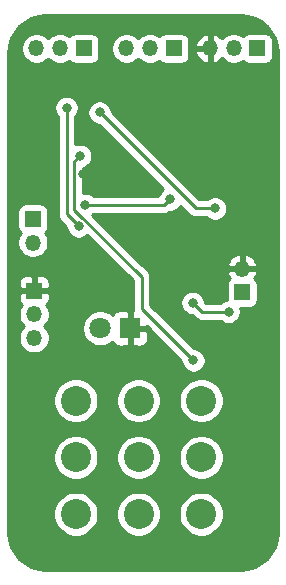
<source format=gbr>
%TF.GenerationSoftware,KiCad,Pcbnew,(5.1.7)-1*%
%TF.CreationDate,2020-11-01T08:55:33-06:00*%
%TF.ProjectId,MuffPiSMT,4d756666-5069-4534-9d54-2e6b69636164,rev?*%
%TF.SameCoordinates,Original*%
%TF.FileFunction,Copper,L2,Bot*%
%TF.FilePolarity,Positive*%
%FSLAX46Y46*%
G04 Gerber Fmt 4.6, Leading zero omitted, Abs format (unit mm)*
G04 Created by KiCad (PCBNEW (5.1.7)-1) date 2020-11-01 08:55:33*
%MOMM*%
%LPD*%
G01*
G04 APERTURE LIST*
%TA.AperFunction,ComponentPad*%
%ADD10C,2.540000*%
%TD*%
%TA.AperFunction,ComponentPad*%
%ADD11R,1.350000X1.350000*%
%TD*%
%TA.AperFunction,ComponentPad*%
%ADD12O,1.350000X1.350000*%
%TD*%
%TA.AperFunction,ComponentPad*%
%ADD13R,1.800000X1.800000*%
%TD*%
%TA.AperFunction,ComponentPad*%
%ADD14C,1.800000*%
%TD*%
%TA.AperFunction,ViaPad*%
%ADD15C,0.800000*%
%TD*%
%TA.AperFunction,Conductor*%
%ADD16C,0.250000*%
%TD*%
%TA.AperFunction,Conductor*%
%ADD17C,0.254000*%
%TD*%
%TA.AperFunction,Conductor*%
%ADD18C,0.100000*%
%TD*%
G04 APERTURE END LIST*
D10*
%TO.P,S1,P$1*%
%TO.N,Net-(R23-Pad1)*%
X123225560Y-109501940D03*
%TO.P,S1,P$2*%
%TO.N,Net-(BT1-Pad1)*%
X123225560Y-114300000D03*
%TO.P,S1,P$3*%
%TO.N,N/C*%
X123225560Y-119098060D03*
%TO.P,S1,P$4*%
%TO.N,Net-(R1-Pad2)*%
X128524000Y-109501940D03*
%TO.P,S1,P$5*%
%TO.N,Net-(J1-Pad3)*%
X128524000Y-114300000D03*
%TO.P,S1,P$6*%
%TO.N,Net-(S1-PadP$6)*%
X128524000Y-119098060D03*
%TO.P,S1,P$7*%
%TO.N,Net-(J2-Pad1)*%
X133822440Y-109501940D03*
%TO.P,S1,P$8*%
%TO.N,Net-(S1-PadP$8)*%
X133822440Y-114300000D03*
%TO.P,S1,P$9*%
%TO.N,Net-(S1-PadP$6)*%
X133822440Y-119098060D03*
%TD*%
D11*
%TO.P,BT1,1*%
%TO.N,Net-(BT1-Pad1)*%
X119583200Y-94113600D03*
D12*
%TO.P,BT1,2*%
%TO.N,Net-(BT1-Pad2)*%
X119583200Y-96113600D03*
%TD*%
D13*
%TO.P,D5,1*%
%TO.N,GND*%
X127812800Y-103378000D03*
D14*
%TO.P,D5,2*%
%TO.N,Net-(D5-Pad2)*%
X125272800Y-103378000D03*
%TD*%
D11*
%TO.P,J1,1*%
%TO.N,GND*%
X119684800Y-100190800D03*
D12*
%TO.P,J1,2*%
%TO.N,Net-(BT1-Pad2)*%
X119684800Y-102190800D03*
%TO.P,J1,3*%
%TO.N,Net-(J1-Pad3)*%
X119684800Y-104190800D03*
%TD*%
D11*
%TO.P,J2,1*%
%TO.N,Net-(J2-Pad1)*%
X137287000Y-100330000D03*
D12*
%TO.P,J2,2*%
%TO.N,GND*%
X137287000Y-98330000D03*
%TD*%
%TO.P,SUST,3*%
%TO.N,Net-(R6-Pad2)*%
X119875800Y-79679800D03*
%TO.P,SUST,2*%
%TO.N,Net-(C4-Pad2)*%
X121875800Y-79679800D03*
D11*
%TO.P,SUST,1*%
%TO.N,Net-(C3-Pad1)*%
X123875800Y-79679800D03*
%TD*%
D12*
%TO.P,TONE,3*%
%TO.N,Net-(C11-Pad2)*%
X127495800Y-79679800D03*
%TO.P,TONE,2*%
%TO.N,Net-(C12-Pad1)*%
X129495800Y-79679800D03*
D11*
%TO.P,TONE,1*%
%TO.N,Net-(C10-Pad1)*%
X131495800Y-79679800D03*
%TD*%
%TO.P,VOL,1*%
%TO.N,Net-(C13-Pad2)*%
X138575800Y-79679800D03*
D12*
%TO.P,VOL,2*%
%TO.N,Net-(S1-PadP$8)*%
X136575800Y-79679800D03*
%TO.P,VOL,3*%
%TO.N,GND*%
X134575800Y-79679800D03*
%TD*%
D15*
%TO.N,Net-(BT1-Pad1)*%
X131191000Y-92456000D03*
X123988999Y-92927001D03*
%TO.N,Net-(C1-Pad1)*%
X123571200Y-88772800D03*
X133172100Y-106095900D03*
%TO.N,Net-(C2-Pad1)*%
X125222000Y-85090000D03*
X135001000Y-93218000D03*
%TO.N,Net-(C8-Pad2)*%
X136144000Y-101981000D03*
X133096000Y-101219000D03*
%TO.N,Net-(C10-Pad2)*%
X122428000Y-84709000D03*
X123444000Y-94742000D03*
%TO.N,GND*%
X132715000Y-97155000D03*
X134874000Y-88138000D03*
X123825000Y-90297000D03*
X125476000Y-80518000D03*
X118618000Y-83566000D03*
X129921000Y-91694000D03*
%TD*%
D16*
%TO.N,Net-(BT1-Pad1)*%
X130719999Y-92927001D02*
X123988999Y-92927001D01*
X131191000Y-92456000D02*
X130719999Y-92927001D01*
X123988999Y-92927001D02*
X123988999Y-92927001D01*
%TO.N,Net-(C1-Pad1)*%
X128778000Y-99002998D02*
X128778000Y-101701800D01*
X123099999Y-93324997D02*
X128778000Y-99002998D01*
X128778000Y-101701800D02*
X133172100Y-106095900D01*
X123099999Y-89244001D02*
X123099999Y-93324997D01*
X123571200Y-88772800D02*
X123099999Y-89244001D01*
%TO.N,Net-(C2-Pad1)*%
X133350000Y-93218000D02*
X125222000Y-85090000D01*
X135001000Y-93218000D02*
X133350000Y-93218000D01*
%TO.N,Net-(C8-Pad2)*%
X136144000Y-101981000D02*
X133858000Y-101981000D01*
X133858000Y-101981000D02*
X133096000Y-101219000D01*
X133096000Y-101219000D02*
X133096000Y-101219000D01*
%TO.N,Net-(C10-Pad2)*%
X122428000Y-93726000D02*
X123444000Y-94742000D01*
X122428000Y-84709000D02*
X122428000Y-93726000D01*
%TD*%
D17*
%TO.N,GND*%
X137771222Y-76923096D02*
X138359164Y-77100606D01*
X138901436Y-77388937D01*
X139377364Y-77777094D01*
X139768845Y-78250314D01*
X140060951Y-78790552D01*
X140242563Y-79377244D01*
X140310000Y-80018879D01*
X140310001Y-120617711D01*
X140246904Y-121261221D01*
X140069394Y-121849164D01*
X139781063Y-122391436D01*
X139392906Y-122867364D01*
X138919686Y-123258845D01*
X138379449Y-123550950D01*
X137792756Y-123732563D01*
X137151130Y-123800000D01*
X120682279Y-123800000D01*
X120038779Y-123736904D01*
X119450836Y-123559394D01*
X118908564Y-123271063D01*
X118432636Y-122882906D01*
X118041155Y-122409686D01*
X117749050Y-121869449D01*
X117567437Y-121282756D01*
X117500000Y-120641130D01*
X117500000Y-118910434D01*
X121320560Y-118910434D01*
X121320560Y-119285686D01*
X121393769Y-119653728D01*
X121537371Y-120000416D01*
X121745850Y-120312426D01*
X122011194Y-120577770D01*
X122323204Y-120786249D01*
X122669892Y-120929851D01*
X123037934Y-121003060D01*
X123413186Y-121003060D01*
X123781228Y-120929851D01*
X124127916Y-120786249D01*
X124439926Y-120577770D01*
X124705270Y-120312426D01*
X124913749Y-120000416D01*
X125057351Y-119653728D01*
X125130560Y-119285686D01*
X125130560Y-118910434D01*
X126619000Y-118910434D01*
X126619000Y-119285686D01*
X126692209Y-119653728D01*
X126835811Y-120000416D01*
X127044290Y-120312426D01*
X127309634Y-120577770D01*
X127621644Y-120786249D01*
X127968332Y-120929851D01*
X128336374Y-121003060D01*
X128711626Y-121003060D01*
X129079668Y-120929851D01*
X129426356Y-120786249D01*
X129738366Y-120577770D01*
X130003710Y-120312426D01*
X130212189Y-120000416D01*
X130355791Y-119653728D01*
X130429000Y-119285686D01*
X130429000Y-118910434D01*
X131917440Y-118910434D01*
X131917440Y-119285686D01*
X131990649Y-119653728D01*
X132134251Y-120000416D01*
X132342730Y-120312426D01*
X132608074Y-120577770D01*
X132920084Y-120786249D01*
X133266772Y-120929851D01*
X133634814Y-121003060D01*
X134010066Y-121003060D01*
X134378108Y-120929851D01*
X134724796Y-120786249D01*
X135036806Y-120577770D01*
X135302150Y-120312426D01*
X135510629Y-120000416D01*
X135654231Y-119653728D01*
X135727440Y-119285686D01*
X135727440Y-118910434D01*
X135654231Y-118542392D01*
X135510629Y-118195704D01*
X135302150Y-117883694D01*
X135036806Y-117618350D01*
X134724796Y-117409871D01*
X134378108Y-117266269D01*
X134010066Y-117193060D01*
X133634814Y-117193060D01*
X133266772Y-117266269D01*
X132920084Y-117409871D01*
X132608074Y-117618350D01*
X132342730Y-117883694D01*
X132134251Y-118195704D01*
X131990649Y-118542392D01*
X131917440Y-118910434D01*
X130429000Y-118910434D01*
X130355791Y-118542392D01*
X130212189Y-118195704D01*
X130003710Y-117883694D01*
X129738366Y-117618350D01*
X129426356Y-117409871D01*
X129079668Y-117266269D01*
X128711626Y-117193060D01*
X128336374Y-117193060D01*
X127968332Y-117266269D01*
X127621644Y-117409871D01*
X127309634Y-117618350D01*
X127044290Y-117883694D01*
X126835811Y-118195704D01*
X126692209Y-118542392D01*
X126619000Y-118910434D01*
X125130560Y-118910434D01*
X125057351Y-118542392D01*
X124913749Y-118195704D01*
X124705270Y-117883694D01*
X124439926Y-117618350D01*
X124127916Y-117409871D01*
X123781228Y-117266269D01*
X123413186Y-117193060D01*
X123037934Y-117193060D01*
X122669892Y-117266269D01*
X122323204Y-117409871D01*
X122011194Y-117618350D01*
X121745850Y-117883694D01*
X121537371Y-118195704D01*
X121393769Y-118542392D01*
X121320560Y-118910434D01*
X117500000Y-118910434D01*
X117500000Y-114112374D01*
X121320560Y-114112374D01*
X121320560Y-114487626D01*
X121393769Y-114855668D01*
X121537371Y-115202356D01*
X121745850Y-115514366D01*
X122011194Y-115779710D01*
X122323204Y-115988189D01*
X122669892Y-116131791D01*
X123037934Y-116205000D01*
X123413186Y-116205000D01*
X123781228Y-116131791D01*
X124127916Y-115988189D01*
X124439926Y-115779710D01*
X124705270Y-115514366D01*
X124913749Y-115202356D01*
X125057351Y-114855668D01*
X125130560Y-114487626D01*
X125130560Y-114112374D01*
X126619000Y-114112374D01*
X126619000Y-114487626D01*
X126692209Y-114855668D01*
X126835811Y-115202356D01*
X127044290Y-115514366D01*
X127309634Y-115779710D01*
X127621644Y-115988189D01*
X127968332Y-116131791D01*
X128336374Y-116205000D01*
X128711626Y-116205000D01*
X129079668Y-116131791D01*
X129426356Y-115988189D01*
X129738366Y-115779710D01*
X130003710Y-115514366D01*
X130212189Y-115202356D01*
X130355791Y-114855668D01*
X130429000Y-114487626D01*
X130429000Y-114112374D01*
X131917440Y-114112374D01*
X131917440Y-114487626D01*
X131990649Y-114855668D01*
X132134251Y-115202356D01*
X132342730Y-115514366D01*
X132608074Y-115779710D01*
X132920084Y-115988189D01*
X133266772Y-116131791D01*
X133634814Y-116205000D01*
X134010066Y-116205000D01*
X134378108Y-116131791D01*
X134724796Y-115988189D01*
X135036806Y-115779710D01*
X135302150Y-115514366D01*
X135510629Y-115202356D01*
X135654231Y-114855668D01*
X135727440Y-114487626D01*
X135727440Y-114112374D01*
X135654231Y-113744332D01*
X135510629Y-113397644D01*
X135302150Y-113085634D01*
X135036806Y-112820290D01*
X134724796Y-112611811D01*
X134378108Y-112468209D01*
X134010066Y-112395000D01*
X133634814Y-112395000D01*
X133266772Y-112468209D01*
X132920084Y-112611811D01*
X132608074Y-112820290D01*
X132342730Y-113085634D01*
X132134251Y-113397644D01*
X131990649Y-113744332D01*
X131917440Y-114112374D01*
X130429000Y-114112374D01*
X130355791Y-113744332D01*
X130212189Y-113397644D01*
X130003710Y-113085634D01*
X129738366Y-112820290D01*
X129426356Y-112611811D01*
X129079668Y-112468209D01*
X128711626Y-112395000D01*
X128336374Y-112395000D01*
X127968332Y-112468209D01*
X127621644Y-112611811D01*
X127309634Y-112820290D01*
X127044290Y-113085634D01*
X126835811Y-113397644D01*
X126692209Y-113744332D01*
X126619000Y-114112374D01*
X125130560Y-114112374D01*
X125057351Y-113744332D01*
X124913749Y-113397644D01*
X124705270Y-113085634D01*
X124439926Y-112820290D01*
X124127916Y-112611811D01*
X123781228Y-112468209D01*
X123413186Y-112395000D01*
X123037934Y-112395000D01*
X122669892Y-112468209D01*
X122323204Y-112611811D01*
X122011194Y-112820290D01*
X121745850Y-113085634D01*
X121537371Y-113397644D01*
X121393769Y-113744332D01*
X121320560Y-114112374D01*
X117500000Y-114112374D01*
X117500000Y-109314314D01*
X121320560Y-109314314D01*
X121320560Y-109689566D01*
X121393769Y-110057608D01*
X121537371Y-110404296D01*
X121745850Y-110716306D01*
X122011194Y-110981650D01*
X122323204Y-111190129D01*
X122669892Y-111333731D01*
X123037934Y-111406940D01*
X123413186Y-111406940D01*
X123781228Y-111333731D01*
X124127916Y-111190129D01*
X124439926Y-110981650D01*
X124705270Y-110716306D01*
X124913749Y-110404296D01*
X125057351Y-110057608D01*
X125130560Y-109689566D01*
X125130560Y-109314314D01*
X126619000Y-109314314D01*
X126619000Y-109689566D01*
X126692209Y-110057608D01*
X126835811Y-110404296D01*
X127044290Y-110716306D01*
X127309634Y-110981650D01*
X127621644Y-111190129D01*
X127968332Y-111333731D01*
X128336374Y-111406940D01*
X128711626Y-111406940D01*
X129079668Y-111333731D01*
X129426356Y-111190129D01*
X129738366Y-110981650D01*
X130003710Y-110716306D01*
X130212189Y-110404296D01*
X130355791Y-110057608D01*
X130429000Y-109689566D01*
X130429000Y-109314314D01*
X131917440Y-109314314D01*
X131917440Y-109689566D01*
X131990649Y-110057608D01*
X132134251Y-110404296D01*
X132342730Y-110716306D01*
X132608074Y-110981650D01*
X132920084Y-111190129D01*
X133266772Y-111333731D01*
X133634814Y-111406940D01*
X134010066Y-111406940D01*
X134378108Y-111333731D01*
X134724796Y-111190129D01*
X135036806Y-110981650D01*
X135302150Y-110716306D01*
X135510629Y-110404296D01*
X135654231Y-110057608D01*
X135727440Y-109689566D01*
X135727440Y-109314314D01*
X135654231Y-108946272D01*
X135510629Y-108599584D01*
X135302150Y-108287574D01*
X135036806Y-108022230D01*
X134724796Y-107813751D01*
X134378108Y-107670149D01*
X134010066Y-107596940D01*
X133634814Y-107596940D01*
X133266772Y-107670149D01*
X132920084Y-107813751D01*
X132608074Y-108022230D01*
X132342730Y-108287574D01*
X132134251Y-108599584D01*
X131990649Y-108946272D01*
X131917440Y-109314314D01*
X130429000Y-109314314D01*
X130355791Y-108946272D01*
X130212189Y-108599584D01*
X130003710Y-108287574D01*
X129738366Y-108022230D01*
X129426356Y-107813751D01*
X129079668Y-107670149D01*
X128711626Y-107596940D01*
X128336374Y-107596940D01*
X127968332Y-107670149D01*
X127621644Y-107813751D01*
X127309634Y-108022230D01*
X127044290Y-108287574D01*
X126835811Y-108599584D01*
X126692209Y-108946272D01*
X126619000Y-109314314D01*
X125130560Y-109314314D01*
X125057351Y-108946272D01*
X124913749Y-108599584D01*
X124705270Y-108287574D01*
X124439926Y-108022230D01*
X124127916Y-107813751D01*
X123781228Y-107670149D01*
X123413186Y-107596940D01*
X123037934Y-107596940D01*
X122669892Y-107670149D01*
X122323204Y-107813751D01*
X122011194Y-108022230D01*
X121745850Y-108287574D01*
X121537371Y-108599584D01*
X121393769Y-108946272D01*
X121320560Y-109314314D01*
X117500000Y-109314314D01*
X117500000Y-100865800D01*
X118371728Y-100865800D01*
X118383988Y-100990282D01*
X118420298Y-101109980D01*
X118479263Y-101220294D01*
X118558615Y-101316985D01*
X118645497Y-101388287D01*
X118523893Y-101570282D01*
X118425142Y-101808687D01*
X118374800Y-102061776D01*
X118374800Y-102319824D01*
X118425142Y-102572913D01*
X118523893Y-102811318D01*
X118667256Y-103025877D01*
X118832179Y-103190800D01*
X118667256Y-103355723D01*
X118523893Y-103570282D01*
X118425142Y-103808687D01*
X118374800Y-104061776D01*
X118374800Y-104319824D01*
X118425142Y-104572913D01*
X118523893Y-104811318D01*
X118667256Y-105025877D01*
X118849723Y-105208344D01*
X119064282Y-105351707D01*
X119302687Y-105450458D01*
X119555776Y-105500800D01*
X119813824Y-105500800D01*
X120066913Y-105450458D01*
X120305318Y-105351707D01*
X120519877Y-105208344D01*
X120702344Y-105025877D01*
X120845707Y-104811318D01*
X120944458Y-104572913D01*
X120994800Y-104319824D01*
X120994800Y-104061776D01*
X120944458Y-103808687D01*
X120845707Y-103570282D01*
X120702344Y-103355723D01*
X120573437Y-103226816D01*
X123737800Y-103226816D01*
X123737800Y-103529184D01*
X123796789Y-103825743D01*
X123912501Y-104105095D01*
X124080488Y-104356505D01*
X124294295Y-104570312D01*
X124545705Y-104738299D01*
X124825057Y-104854011D01*
X125121616Y-104913000D01*
X125423984Y-104913000D01*
X125720543Y-104854011D01*
X125999895Y-104738299D01*
X126251305Y-104570312D01*
X126317744Y-104503873D01*
X126323298Y-104522180D01*
X126382263Y-104632494D01*
X126461615Y-104729185D01*
X126558306Y-104808537D01*
X126668620Y-104867502D01*
X126788318Y-104903812D01*
X126912800Y-104916072D01*
X127527050Y-104913000D01*
X127685800Y-104754250D01*
X127685800Y-103505000D01*
X127939800Y-103505000D01*
X127939800Y-104754250D01*
X128098550Y-104913000D01*
X128712800Y-104916072D01*
X128837282Y-104903812D01*
X128956980Y-104867502D01*
X129067294Y-104808537D01*
X129163985Y-104729185D01*
X129243337Y-104632494D01*
X129302302Y-104522180D01*
X129338612Y-104402482D01*
X129350872Y-104278000D01*
X129347800Y-103663750D01*
X129189050Y-103505000D01*
X127939800Y-103505000D01*
X127685800Y-103505000D01*
X127665800Y-103505000D01*
X127665800Y-103251000D01*
X127685800Y-103251000D01*
X127685800Y-102001750D01*
X127527050Y-101843000D01*
X126912800Y-101839928D01*
X126788318Y-101852188D01*
X126668620Y-101888498D01*
X126558306Y-101947463D01*
X126461615Y-102026815D01*
X126382263Y-102123506D01*
X126323298Y-102233820D01*
X126317744Y-102252127D01*
X126251305Y-102185688D01*
X125999895Y-102017701D01*
X125720543Y-101901989D01*
X125423984Y-101843000D01*
X125121616Y-101843000D01*
X124825057Y-101901989D01*
X124545705Y-102017701D01*
X124294295Y-102185688D01*
X124080488Y-102399495D01*
X123912501Y-102650905D01*
X123796789Y-102930257D01*
X123737800Y-103226816D01*
X120573437Y-103226816D01*
X120537421Y-103190800D01*
X120702344Y-103025877D01*
X120845707Y-102811318D01*
X120944458Y-102572913D01*
X120994800Y-102319824D01*
X120994800Y-102061776D01*
X120944458Y-101808687D01*
X120845707Y-101570282D01*
X120724103Y-101388287D01*
X120810985Y-101316985D01*
X120890337Y-101220294D01*
X120949302Y-101109980D01*
X120985612Y-100990282D01*
X120997872Y-100865800D01*
X120994800Y-100476550D01*
X120836050Y-100317800D01*
X119811800Y-100317800D01*
X119811800Y-100337800D01*
X119557800Y-100337800D01*
X119557800Y-100317800D01*
X118533550Y-100317800D01*
X118374800Y-100476550D01*
X118371728Y-100865800D01*
X117500000Y-100865800D01*
X117500000Y-99515800D01*
X118371728Y-99515800D01*
X118374800Y-99905050D01*
X118533550Y-100063800D01*
X119557800Y-100063800D01*
X119557800Y-99039550D01*
X119811800Y-99039550D01*
X119811800Y-100063800D01*
X120836050Y-100063800D01*
X120994800Y-99905050D01*
X120997872Y-99515800D01*
X120985612Y-99391318D01*
X120949302Y-99271620D01*
X120890337Y-99161306D01*
X120810985Y-99064615D01*
X120714294Y-98985263D01*
X120603980Y-98926298D01*
X120484282Y-98889988D01*
X120359800Y-98877728D01*
X119970550Y-98880800D01*
X119811800Y-99039550D01*
X119557800Y-99039550D01*
X119399050Y-98880800D01*
X119009800Y-98877728D01*
X118885318Y-98889988D01*
X118765620Y-98926298D01*
X118655306Y-98985263D01*
X118558615Y-99064615D01*
X118479263Y-99161306D01*
X118420298Y-99271620D01*
X118383988Y-99391318D01*
X118371728Y-99515800D01*
X117500000Y-99515800D01*
X117500000Y-93438600D01*
X118270128Y-93438600D01*
X118270128Y-94788600D01*
X118282388Y-94913082D01*
X118318698Y-95032780D01*
X118377663Y-95143094D01*
X118457015Y-95239785D01*
X118543897Y-95311087D01*
X118422293Y-95493082D01*
X118323542Y-95731487D01*
X118273200Y-95984576D01*
X118273200Y-96242624D01*
X118323542Y-96495713D01*
X118422293Y-96734118D01*
X118565656Y-96948677D01*
X118748123Y-97131144D01*
X118962682Y-97274507D01*
X119201087Y-97373258D01*
X119454176Y-97423600D01*
X119712224Y-97423600D01*
X119965313Y-97373258D01*
X120203718Y-97274507D01*
X120418277Y-97131144D01*
X120600744Y-96948677D01*
X120744107Y-96734118D01*
X120842858Y-96495713D01*
X120893200Y-96242624D01*
X120893200Y-95984576D01*
X120842858Y-95731487D01*
X120744107Y-95493082D01*
X120622503Y-95311087D01*
X120709385Y-95239785D01*
X120788737Y-95143094D01*
X120847702Y-95032780D01*
X120884012Y-94913082D01*
X120896272Y-94788600D01*
X120896272Y-93438600D01*
X120884012Y-93314118D01*
X120847702Y-93194420D01*
X120788737Y-93084106D01*
X120709385Y-92987415D01*
X120612694Y-92908063D01*
X120502380Y-92849098D01*
X120382682Y-92812788D01*
X120258200Y-92800528D01*
X118908200Y-92800528D01*
X118783718Y-92812788D01*
X118664020Y-92849098D01*
X118553706Y-92908063D01*
X118457015Y-92987415D01*
X118377663Y-93084106D01*
X118318698Y-93194420D01*
X118282388Y-93314118D01*
X118270128Y-93438600D01*
X117500000Y-93438600D01*
X117500000Y-84607061D01*
X121393000Y-84607061D01*
X121393000Y-84810939D01*
X121432774Y-85010898D01*
X121510795Y-85199256D01*
X121624063Y-85368774D01*
X121668000Y-85412711D01*
X121668001Y-93688668D01*
X121664324Y-93726000D01*
X121678998Y-93874985D01*
X121722454Y-94018246D01*
X121793026Y-94150276D01*
X121859273Y-94230997D01*
X121888000Y-94266001D01*
X121916998Y-94289799D01*
X122409000Y-94781802D01*
X122409000Y-94843939D01*
X122448774Y-95043898D01*
X122526795Y-95232256D01*
X122640063Y-95401774D01*
X122784226Y-95545937D01*
X122953744Y-95659205D01*
X123142102Y-95737226D01*
X123342061Y-95777000D01*
X123545939Y-95777000D01*
X123745898Y-95737226D01*
X123934256Y-95659205D01*
X124103774Y-95545937D01*
X124174956Y-95474755D01*
X128018000Y-99317800D01*
X128018001Y-101664468D01*
X128014324Y-101701800D01*
X128018001Y-101739133D01*
X128028998Y-101850786D01*
X128029965Y-101853974D01*
X128043373Y-101898177D01*
X127939800Y-102001750D01*
X127939800Y-103251000D01*
X129189050Y-103251000D01*
X129220724Y-103219326D01*
X132137100Y-106135702D01*
X132137100Y-106197839D01*
X132176874Y-106397798D01*
X132254895Y-106586156D01*
X132368163Y-106755674D01*
X132512326Y-106899837D01*
X132681844Y-107013105D01*
X132870202Y-107091126D01*
X133070161Y-107130900D01*
X133274039Y-107130900D01*
X133473998Y-107091126D01*
X133662356Y-107013105D01*
X133831874Y-106899837D01*
X133976037Y-106755674D01*
X134089305Y-106586156D01*
X134167326Y-106397798D01*
X134207100Y-106197839D01*
X134207100Y-105993961D01*
X134167326Y-105794002D01*
X134089305Y-105605644D01*
X133976037Y-105436126D01*
X133831874Y-105291963D01*
X133662356Y-105178695D01*
X133473998Y-105100674D01*
X133274039Y-105060900D01*
X133211902Y-105060900D01*
X129538000Y-101386999D01*
X129538000Y-101117061D01*
X132061000Y-101117061D01*
X132061000Y-101320939D01*
X132100774Y-101520898D01*
X132178795Y-101709256D01*
X132292063Y-101878774D01*
X132436226Y-102022937D01*
X132605744Y-102136205D01*
X132794102Y-102214226D01*
X132994061Y-102254000D01*
X133056198Y-102254000D01*
X133294201Y-102492002D01*
X133317999Y-102521001D01*
X133433724Y-102615974D01*
X133565753Y-102686546D01*
X133709014Y-102730003D01*
X133820667Y-102741000D01*
X133820675Y-102741000D01*
X133858000Y-102744676D01*
X133895325Y-102741000D01*
X135440289Y-102741000D01*
X135484226Y-102784937D01*
X135653744Y-102898205D01*
X135842102Y-102976226D01*
X136042061Y-103016000D01*
X136245939Y-103016000D01*
X136445898Y-102976226D01*
X136634256Y-102898205D01*
X136803774Y-102784937D01*
X136947937Y-102640774D01*
X137061205Y-102471256D01*
X137139226Y-102282898D01*
X137179000Y-102082939D01*
X137179000Y-101879061D01*
X137139226Y-101679102D01*
X137124302Y-101643072D01*
X137962000Y-101643072D01*
X138086482Y-101630812D01*
X138206180Y-101594502D01*
X138316494Y-101535537D01*
X138413185Y-101456185D01*
X138492537Y-101359494D01*
X138551502Y-101249180D01*
X138587812Y-101129482D01*
X138600072Y-101005000D01*
X138600072Y-99655000D01*
X138587812Y-99530518D01*
X138551502Y-99410820D01*
X138492537Y-99300506D01*
X138413185Y-99203815D01*
X138319441Y-99126881D01*
X138416473Y-98993629D01*
X138524238Y-98760528D01*
X138554910Y-98659400D01*
X138431224Y-98457000D01*
X137414000Y-98457000D01*
X137414000Y-98477000D01*
X137160000Y-98477000D01*
X137160000Y-98457000D01*
X136142776Y-98457000D01*
X136019090Y-98659400D01*
X136049762Y-98760528D01*
X136157527Y-98993629D01*
X136254559Y-99126881D01*
X136160815Y-99203815D01*
X136081463Y-99300506D01*
X136022498Y-99410820D01*
X135986188Y-99530518D01*
X135973928Y-99655000D01*
X135973928Y-100959552D01*
X135842102Y-100985774D01*
X135653744Y-101063795D01*
X135484226Y-101177063D01*
X135440289Y-101221000D01*
X134172802Y-101221000D01*
X134131000Y-101179198D01*
X134131000Y-101117061D01*
X134091226Y-100917102D01*
X134013205Y-100728744D01*
X133899937Y-100559226D01*
X133755774Y-100415063D01*
X133586256Y-100301795D01*
X133397898Y-100223774D01*
X133197939Y-100184000D01*
X132994061Y-100184000D01*
X132794102Y-100223774D01*
X132605744Y-100301795D01*
X132436226Y-100415063D01*
X132292063Y-100559226D01*
X132178795Y-100728744D01*
X132100774Y-100917102D01*
X132061000Y-101117061D01*
X129538000Y-101117061D01*
X129538000Y-99040320D01*
X129541676Y-99002997D01*
X129538000Y-98965675D01*
X129538000Y-98965665D01*
X129527003Y-98854012D01*
X129483546Y-98710751D01*
X129412975Y-98578723D01*
X129412974Y-98578721D01*
X129341799Y-98491995D01*
X129318001Y-98462997D01*
X129289004Y-98439200D01*
X128850404Y-98000600D01*
X136019090Y-98000600D01*
X136142776Y-98203000D01*
X137160000Y-98203000D01*
X137160000Y-97184915D01*
X137414000Y-97184915D01*
X137414000Y-98203000D01*
X138431224Y-98203000D01*
X138554910Y-98000600D01*
X138524238Y-97899472D01*
X138416473Y-97666371D01*
X138265303Y-97458773D01*
X138076537Y-97284656D01*
X137857430Y-97150711D01*
X137616401Y-97062085D01*
X137414000Y-97184915D01*
X137160000Y-97184915D01*
X136957599Y-97062085D01*
X136716570Y-97150711D01*
X136497463Y-97284656D01*
X136308697Y-97458773D01*
X136157527Y-97666371D01*
X136049762Y-97899472D01*
X136019090Y-98000600D01*
X128850404Y-98000600D01*
X124607991Y-93758188D01*
X124648773Y-93730938D01*
X124692710Y-93687001D01*
X130682677Y-93687001D01*
X130719999Y-93690677D01*
X130757321Y-93687001D01*
X130757332Y-93687001D01*
X130868985Y-93676004D01*
X131012246Y-93632547D01*
X131144275Y-93561975D01*
X131230758Y-93491000D01*
X131292939Y-93491000D01*
X131492898Y-93451226D01*
X131681256Y-93373205D01*
X131850774Y-93259937D01*
X131994937Y-93115774D01*
X132066248Y-93009050D01*
X132786201Y-93729003D01*
X132809999Y-93758001D01*
X132925724Y-93852974D01*
X133057753Y-93923546D01*
X133201014Y-93967003D01*
X133312667Y-93978000D01*
X133312677Y-93978000D01*
X133350000Y-93981676D01*
X133387323Y-93978000D01*
X134297289Y-93978000D01*
X134341226Y-94021937D01*
X134510744Y-94135205D01*
X134699102Y-94213226D01*
X134899061Y-94253000D01*
X135102939Y-94253000D01*
X135302898Y-94213226D01*
X135491256Y-94135205D01*
X135660774Y-94021937D01*
X135804937Y-93877774D01*
X135918205Y-93708256D01*
X135996226Y-93519898D01*
X136036000Y-93319939D01*
X136036000Y-93116061D01*
X135996226Y-92916102D01*
X135918205Y-92727744D01*
X135804937Y-92558226D01*
X135660774Y-92414063D01*
X135491256Y-92300795D01*
X135302898Y-92222774D01*
X135102939Y-92183000D01*
X134899061Y-92183000D01*
X134699102Y-92222774D01*
X134510744Y-92300795D01*
X134341226Y-92414063D01*
X134297289Y-92458000D01*
X133664802Y-92458000D01*
X126257000Y-85050199D01*
X126257000Y-84988061D01*
X126217226Y-84788102D01*
X126139205Y-84599744D01*
X126025937Y-84430226D01*
X125881774Y-84286063D01*
X125712256Y-84172795D01*
X125523898Y-84094774D01*
X125323939Y-84055000D01*
X125120061Y-84055000D01*
X124920102Y-84094774D01*
X124731744Y-84172795D01*
X124562226Y-84286063D01*
X124418063Y-84430226D01*
X124304795Y-84599744D01*
X124226774Y-84788102D01*
X124187000Y-84988061D01*
X124187000Y-85191939D01*
X124226774Y-85391898D01*
X124304795Y-85580256D01*
X124418063Y-85749774D01*
X124562226Y-85893937D01*
X124731744Y-86007205D01*
X124920102Y-86085226D01*
X125120061Y-86125000D01*
X125182199Y-86125000D01*
X130637950Y-91580752D01*
X130531226Y-91652063D01*
X130387063Y-91796226D01*
X130273795Y-91965744D01*
X130195774Y-92154102D01*
X130193208Y-92167001D01*
X124692710Y-92167001D01*
X124648773Y-92123064D01*
X124479255Y-92009796D01*
X124290897Y-91931775D01*
X124090938Y-91892001D01*
X123887060Y-91892001D01*
X123859999Y-91897384D01*
X123859999Y-89770632D01*
X123873098Y-89768026D01*
X124061456Y-89690005D01*
X124230974Y-89576737D01*
X124375137Y-89432574D01*
X124488405Y-89263056D01*
X124566426Y-89074698D01*
X124606200Y-88874739D01*
X124606200Y-88670861D01*
X124566426Y-88470902D01*
X124488405Y-88282544D01*
X124375137Y-88113026D01*
X124230974Y-87968863D01*
X124061456Y-87855595D01*
X123873098Y-87777574D01*
X123673139Y-87737800D01*
X123469261Y-87737800D01*
X123269302Y-87777574D01*
X123188000Y-87811251D01*
X123188000Y-85412711D01*
X123231937Y-85368774D01*
X123345205Y-85199256D01*
X123423226Y-85010898D01*
X123463000Y-84810939D01*
X123463000Y-84607061D01*
X123423226Y-84407102D01*
X123345205Y-84218744D01*
X123231937Y-84049226D01*
X123087774Y-83905063D01*
X122918256Y-83791795D01*
X122729898Y-83713774D01*
X122529939Y-83674000D01*
X122326061Y-83674000D01*
X122126102Y-83713774D01*
X121937744Y-83791795D01*
X121768226Y-83905063D01*
X121624063Y-84049226D01*
X121510795Y-84218744D01*
X121432774Y-84407102D01*
X121393000Y-84607061D01*
X117500000Y-84607061D01*
X117500000Y-80042279D01*
X117548192Y-79550776D01*
X118565800Y-79550776D01*
X118565800Y-79808824D01*
X118616142Y-80061913D01*
X118714893Y-80300318D01*
X118858256Y-80514877D01*
X119040723Y-80697344D01*
X119255282Y-80840707D01*
X119493687Y-80939458D01*
X119746776Y-80989800D01*
X120004824Y-80989800D01*
X120257913Y-80939458D01*
X120496318Y-80840707D01*
X120710877Y-80697344D01*
X120875800Y-80532421D01*
X121040723Y-80697344D01*
X121255282Y-80840707D01*
X121493687Y-80939458D01*
X121746776Y-80989800D01*
X122004824Y-80989800D01*
X122257913Y-80939458D01*
X122496318Y-80840707D01*
X122678313Y-80719103D01*
X122749615Y-80805985D01*
X122846306Y-80885337D01*
X122956620Y-80944302D01*
X123076318Y-80980612D01*
X123200800Y-80992872D01*
X124550800Y-80992872D01*
X124675282Y-80980612D01*
X124794980Y-80944302D01*
X124905294Y-80885337D01*
X125001985Y-80805985D01*
X125081337Y-80709294D01*
X125140302Y-80598980D01*
X125176612Y-80479282D01*
X125188872Y-80354800D01*
X125188872Y-79550776D01*
X126185800Y-79550776D01*
X126185800Y-79808824D01*
X126236142Y-80061913D01*
X126334893Y-80300318D01*
X126478256Y-80514877D01*
X126660723Y-80697344D01*
X126875282Y-80840707D01*
X127113687Y-80939458D01*
X127366776Y-80989800D01*
X127624824Y-80989800D01*
X127877913Y-80939458D01*
X128116318Y-80840707D01*
X128330877Y-80697344D01*
X128495800Y-80532421D01*
X128660723Y-80697344D01*
X128875282Y-80840707D01*
X129113687Y-80939458D01*
X129366776Y-80989800D01*
X129624824Y-80989800D01*
X129877913Y-80939458D01*
X130116318Y-80840707D01*
X130298313Y-80719103D01*
X130369615Y-80805985D01*
X130466306Y-80885337D01*
X130576620Y-80944302D01*
X130696318Y-80980612D01*
X130820800Y-80992872D01*
X132170800Y-80992872D01*
X132295282Y-80980612D01*
X132414980Y-80944302D01*
X132525294Y-80885337D01*
X132621985Y-80805985D01*
X132701337Y-80709294D01*
X132760302Y-80598980D01*
X132796612Y-80479282D01*
X132808872Y-80354800D01*
X132808872Y-80009201D01*
X133307885Y-80009201D01*
X133396511Y-80250230D01*
X133530456Y-80469337D01*
X133704573Y-80658103D01*
X133912171Y-80809273D01*
X134145272Y-80917038D01*
X134246400Y-80947710D01*
X134448800Y-80824024D01*
X134448800Y-79806800D01*
X133430715Y-79806800D01*
X133307885Y-80009201D01*
X132808872Y-80009201D01*
X132808872Y-79350399D01*
X133307885Y-79350399D01*
X133430715Y-79552800D01*
X134448800Y-79552800D01*
X134448800Y-78535576D01*
X134702800Y-78535576D01*
X134702800Y-79552800D01*
X134722800Y-79552800D01*
X134722800Y-79806800D01*
X134702800Y-79806800D01*
X134702800Y-80824024D01*
X134905200Y-80947710D01*
X135006328Y-80917038D01*
X135239429Y-80809273D01*
X135447027Y-80658103D01*
X135569119Y-80525740D01*
X135740723Y-80697344D01*
X135955282Y-80840707D01*
X136193687Y-80939458D01*
X136446776Y-80989800D01*
X136704824Y-80989800D01*
X136957913Y-80939458D01*
X137196318Y-80840707D01*
X137378313Y-80719103D01*
X137449615Y-80805985D01*
X137546306Y-80885337D01*
X137656620Y-80944302D01*
X137776318Y-80980612D01*
X137900800Y-80992872D01*
X139250800Y-80992872D01*
X139375282Y-80980612D01*
X139494980Y-80944302D01*
X139605294Y-80885337D01*
X139701985Y-80805985D01*
X139781337Y-80709294D01*
X139840302Y-80598980D01*
X139876612Y-80479282D01*
X139888872Y-80354800D01*
X139888872Y-79004800D01*
X139876612Y-78880318D01*
X139840302Y-78760620D01*
X139781337Y-78650306D01*
X139701985Y-78553615D01*
X139605294Y-78474263D01*
X139494980Y-78415298D01*
X139375282Y-78378988D01*
X139250800Y-78366728D01*
X137900800Y-78366728D01*
X137776318Y-78378988D01*
X137656620Y-78415298D01*
X137546306Y-78474263D01*
X137449615Y-78553615D01*
X137378313Y-78640497D01*
X137196318Y-78518893D01*
X136957913Y-78420142D01*
X136704824Y-78369800D01*
X136446776Y-78369800D01*
X136193687Y-78420142D01*
X135955282Y-78518893D01*
X135740723Y-78662256D01*
X135569119Y-78833860D01*
X135447027Y-78701497D01*
X135239429Y-78550327D01*
X135006328Y-78442562D01*
X134905200Y-78411890D01*
X134702800Y-78535576D01*
X134448800Y-78535576D01*
X134246400Y-78411890D01*
X134145272Y-78442562D01*
X133912171Y-78550327D01*
X133704573Y-78701497D01*
X133530456Y-78890263D01*
X133396511Y-79109370D01*
X133307885Y-79350399D01*
X132808872Y-79350399D01*
X132808872Y-79004800D01*
X132796612Y-78880318D01*
X132760302Y-78760620D01*
X132701337Y-78650306D01*
X132621985Y-78553615D01*
X132525294Y-78474263D01*
X132414980Y-78415298D01*
X132295282Y-78378988D01*
X132170800Y-78366728D01*
X130820800Y-78366728D01*
X130696318Y-78378988D01*
X130576620Y-78415298D01*
X130466306Y-78474263D01*
X130369615Y-78553615D01*
X130298313Y-78640497D01*
X130116318Y-78518893D01*
X129877913Y-78420142D01*
X129624824Y-78369800D01*
X129366776Y-78369800D01*
X129113687Y-78420142D01*
X128875282Y-78518893D01*
X128660723Y-78662256D01*
X128495800Y-78827179D01*
X128330877Y-78662256D01*
X128116318Y-78518893D01*
X127877913Y-78420142D01*
X127624824Y-78369800D01*
X127366776Y-78369800D01*
X127113687Y-78420142D01*
X126875282Y-78518893D01*
X126660723Y-78662256D01*
X126478256Y-78844723D01*
X126334893Y-79059282D01*
X126236142Y-79297687D01*
X126185800Y-79550776D01*
X125188872Y-79550776D01*
X125188872Y-79004800D01*
X125176612Y-78880318D01*
X125140302Y-78760620D01*
X125081337Y-78650306D01*
X125001985Y-78553615D01*
X124905294Y-78474263D01*
X124794980Y-78415298D01*
X124675282Y-78378988D01*
X124550800Y-78366728D01*
X123200800Y-78366728D01*
X123076318Y-78378988D01*
X122956620Y-78415298D01*
X122846306Y-78474263D01*
X122749615Y-78553615D01*
X122678313Y-78640497D01*
X122496318Y-78518893D01*
X122257913Y-78420142D01*
X122004824Y-78369800D01*
X121746776Y-78369800D01*
X121493687Y-78420142D01*
X121255282Y-78518893D01*
X121040723Y-78662256D01*
X120875800Y-78827179D01*
X120710877Y-78662256D01*
X120496318Y-78518893D01*
X120257913Y-78420142D01*
X120004824Y-78369800D01*
X119746776Y-78369800D01*
X119493687Y-78420142D01*
X119255282Y-78518893D01*
X119040723Y-78662256D01*
X118858256Y-78844723D01*
X118714893Y-79059282D01*
X118616142Y-79297687D01*
X118565800Y-79550776D01*
X117548192Y-79550776D01*
X117563096Y-79398778D01*
X117740606Y-78810836D01*
X118028937Y-78268564D01*
X118417094Y-77792636D01*
X118890314Y-77401155D01*
X119430552Y-77109049D01*
X120017244Y-76927437D01*
X120658879Y-76860000D01*
X137127721Y-76860000D01*
X137771222Y-76923096D01*
%TA.AperFunction,Conductor*%
D18*
G36*
X137771222Y-76923096D02*
G01*
X138359164Y-77100606D01*
X138901436Y-77388937D01*
X139377364Y-77777094D01*
X139768845Y-78250314D01*
X140060951Y-78790552D01*
X140242563Y-79377244D01*
X140310000Y-80018879D01*
X140310001Y-120617711D01*
X140246904Y-121261221D01*
X140069394Y-121849164D01*
X139781063Y-122391436D01*
X139392906Y-122867364D01*
X138919686Y-123258845D01*
X138379449Y-123550950D01*
X137792756Y-123732563D01*
X137151130Y-123800000D01*
X120682279Y-123800000D01*
X120038779Y-123736904D01*
X119450836Y-123559394D01*
X118908564Y-123271063D01*
X118432636Y-122882906D01*
X118041155Y-122409686D01*
X117749050Y-121869449D01*
X117567437Y-121282756D01*
X117500000Y-120641130D01*
X117500000Y-118910434D01*
X121320560Y-118910434D01*
X121320560Y-119285686D01*
X121393769Y-119653728D01*
X121537371Y-120000416D01*
X121745850Y-120312426D01*
X122011194Y-120577770D01*
X122323204Y-120786249D01*
X122669892Y-120929851D01*
X123037934Y-121003060D01*
X123413186Y-121003060D01*
X123781228Y-120929851D01*
X124127916Y-120786249D01*
X124439926Y-120577770D01*
X124705270Y-120312426D01*
X124913749Y-120000416D01*
X125057351Y-119653728D01*
X125130560Y-119285686D01*
X125130560Y-118910434D01*
X126619000Y-118910434D01*
X126619000Y-119285686D01*
X126692209Y-119653728D01*
X126835811Y-120000416D01*
X127044290Y-120312426D01*
X127309634Y-120577770D01*
X127621644Y-120786249D01*
X127968332Y-120929851D01*
X128336374Y-121003060D01*
X128711626Y-121003060D01*
X129079668Y-120929851D01*
X129426356Y-120786249D01*
X129738366Y-120577770D01*
X130003710Y-120312426D01*
X130212189Y-120000416D01*
X130355791Y-119653728D01*
X130429000Y-119285686D01*
X130429000Y-118910434D01*
X131917440Y-118910434D01*
X131917440Y-119285686D01*
X131990649Y-119653728D01*
X132134251Y-120000416D01*
X132342730Y-120312426D01*
X132608074Y-120577770D01*
X132920084Y-120786249D01*
X133266772Y-120929851D01*
X133634814Y-121003060D01*
X134010066Y-121003060D01*
X134378108Y-120929851D01*
X134724796Y-120786249D01*
X135036806Y-120577770D01*
X135302150Y-120312426D01*
X135510629Y-120000416D01*
X135654231Y-119653728D01*
X135727440Y-119285686D01*
X135727440Y-118910434D01*
X135654231Y-118542392D01*
X135510629Y-118195704D01*
X135302150Y-117883694D01*
X135036806Y-117618350D01*
X134724796Y-117409871D01*
X134378108Y-117266269D01*
X134010066Y-117193060D01*
X133634814Y-117193060D01*
X133266772Y-117266269D01*
X132920084Y-117409871D01*
X132608074Y-117618350D01*
X132342730Y-117883694D01*
X132134251Y-118195704D01*
X131990649Y-118542392D01*
X131917440Y-118910434D01*
X130429000Y-118910434D01*
X130355791Y-118542392D01*
X130212189Y-118195704D01*
X130003710Y-117883694D01*
X129738366Y-117618350D01*
X129426356Y-117409871D01*
X129079668Y-117266269D01*
X128711626Y-117193060D01*
X128336374Y-117193060D01*
X127968332Y-117266269D01*
X127621644Y-117409871D01*
X127309634Y-117618350D01*
X127044290Y-117883694D01*
X126835811Y-118195704D01*
X126692209Y-118542392D01*
X126619000Y-118910434D01*
X125130560Y-118910434D01*
X125057351Y-118542392D01*
X124913749Y-118195704D01*
X124705270Y-117883694D01*
X124439926Y-117618350D01*
X124127916Y-117409871D01*
X123781228Y-117266269D01*
X123413186Y-117193060D01*
X123037934Y-117193060D01*
X122669892Y-117266269D01*
X122323204Y-117409871D01*
X122011194Y-117618350D01*
X121745850Y-117883694D01*
X121537371Y-118195704D01*
X121393769Y-118542392D01*
X121320560Y-118910434D01*
X117500000Y-118910434D01*
X117500000Y-114112374D01*
X121320560Y-114112374D01*
X121320560Y-114487626D01*
X121393769Y-114855668D01*
X121537371Y-115202356D01*
X121745850Y-115514366D01*
X122011194Y-115779710D01*
X122323204Y-115988189D01*
X122669892Y-116131791D01*
X123037934Y-116205000D01*
X123413186Y-116205000D01*
X123781228Y-116131791D01*
X124127916Y-115988189D01*
X124439926Y-115779710D01*
X124705270Y-115514366D01*
X124913749Y-115202356D01*
X125057351Y-114855668D01*
X125130560Y-114487626D01*
X125130560Y-114112374D01*
X126619000Y-114112374D01*
X126619000Y-114487626D01*
X126692209Y-114855668D01*
X126835811Y-115202356D01*
X127044290Y-115514366D01*
X127309634Y-115779710D01*
X127621644Y-115988189D01*
X127968332Y-116131791D01*
X128336374Y-116205000D01*
X128711626Y-116205000D01*
X129079668Y-116131791D01*
X129426356Y-115988189D01*
X129738366Y-115779710D01*
X130003710Y-115514366D01*
X130212189Y-115202356D01*
X130355791Y-114855668D01*
X130429000Y-114487626D01*
X130429000Y-114112374D01*
X131917440Y-114112374D01*
X131917440Y-114487626D01*
X131990649Y-114855668D01*
X132134251Y-115202356D01*
X132342730Y-115514366D01*
X132608074Y-115779710D01*
X132920084Y-115988189D01*
X133266772Y-116131791D01*
X133634814Y-116205000D01*
X134010066Y-116205000D01*
X134378108Y-116131791D01*
X134724796Y-115988189D01*
X135036806Y-115779710D01*
X135302150Y-115514366D01*
X135510629Y-115202356D01*
X135654231Y-114855668D01*
X135727440Y-114487626D01*
X135727440Y-114112374D01*
X135654231Y-113744332D01*
X135510629Y-113397644D01*
X135302150Y-113085634D01*
X135036806Y-112820290D01*
X134724796Y-112611811D01*
X134378108Y-112468209D01*
X134010066Y-112395000D01*
X133634814Y-112395000D01*
X133266772Y-112468209D01*
X132920084Y-112611811D01*
X132608074Y-112820290D01*
X132342730Y-113085634D01*
X132134251Y-113397644D01*
X131990649Y-113744332D01*
X131917440Y-114112374D01*
X130429000Y-114112374D01*
X130355791Y-113744332D01*
X130212189Y-113397644D01*
X130003710Y-113085634D01*
X129738366Y-112820290D01*
X129426356Y-112611811D01*
X129079668Y-112468209D01*
X128711626Y-112395000D01*
X128336374Y-112395000D01*
X127968332Y-112468209D01*
X127621644Y-112611811D01*
X127309634Y-112820290D01*
X127044290Y-113085634D01*
X126835811Y-113397644D01*
X126692209Y-113744332D01*
X126619000Y-114112374D01*
X125130560Y-114112374D01*
X125057351Y-113744332D01*
X124913749Y-113397644D01*
X124705270Y-113085634D01*
X124439926Y-112820290D01*
X124127916Y-112611811D01*
X123781228Y-112468209D01*
X123413186Y-112395000D01*
X123037934Y-112395000D01*
X122669892Y-112468209D01*
X122323204Y-112611811D01*
X122011194Y-112820290D01*
X121745850Y-113085634D01*
X121537371Y-113397644D01*
X121393769Y-113744332D01*
X121320560Y-114112374D01*
X117500000Y-114112374D01*
X117500000Y-109314314D01*
X121320560Y-109314314D01*
X121320560Y-109689566D01*
X121393769Y-110057608D01*
X121537371Y-110404296D01*
X121745850Y-110716306D01*
X122011194Y-110981650D01*
X122323204Y-111190129D01*
X122669892Y-111333731D01*
X123037934Y-111406940D01*
X123413186Y-111406940D01*
X123781228Y-111333731D01*
X124127916Y-111190129D01*
X124439926Y-110981650D01*
X124705270Y-110716306D01*
X124913749Y-110404296D01*
X125057351Y-110057608D01*
X125130560Y-109689566D01*
X125130560Y-109314314D01*
X126619000Y-109314314D01*
X126619000Y-109689566D01*
X126692209Y-110057608D01*
X126835811Y-110404296D01*
X127044290Y-110716306D01*
X127309634Y-110981650D01*
X127621644Y-111190129D01*
X127968332Y-111333731D01*
X128336374Y-111406940D01*
X128711626Y-111406940D01*
X129079668Y-111333731D01*
X129426356Y-111190129D01*
X129738366Y-110981650D01*
X130003710Y-110716306D01*
X130212189Y-110404296D01*
X130355791Y-110057608D01*
X130429000Y-109689566D01*
X130429000Y-109314314D01*
X131917440Y-109314314D01*
X131917440Y-109689566D01*
X131990649Y-110057608D01*
X132134251Y-110404296D01*
X132342730Y-110716306D01*
X132608074Y-110981650D01*
X132920084Y-111190129D01*
X133266772Y-111333731D01*
X133634814Y-111406940D01*
X134010066Y-111406940D01*
X134378108Y-111333731D01*
X134724796Y-111190129D01*
X135036806Y-110981650D01*
X135302150Y-110716306D01*
X135510629Y-110404296D01*
X135654231Y-110057608D01*
X135727440Y-109689566D01*
X135727440Y-109314314D01*
X135654231Y-108946272D01*
X135510629Y-108599584D01*
X135302150Y-108287574D01*
X135036806Y-108022230D01*
X134724796Y-107813751D01*
X134378108Y-107670149D01*
X134010066Y-107596940D01*
X133634814Y-107596940D01*
X133266772Y-107670149D01*
X132920084Y-107813751D01*
X132608074Y-108022230D01*
X132342730Y-108287574D01*
X132134251Y-108599584D01*
X131990649Y-108946272D01*
X131917440Y-109314314D01*
X130429000Y-109314314D01*
X130355791Y-108946272D01*
X130212189Y-108599584D01*
X130003710Y-108287574D01*
X129738366Y-108022230D01*
X129426356Y-107813751D01*
X129079668Y-107670149D01*
X128711626Y-107596940D01*
X128336374Y-107596940D01*
X127968332Y-107670149D01*
X127621644Y-107813751D01*
X127309634Y-108022230D01*
X127044290Y-108287574D01*
X126835811Y-108599584D01*
X126692209Y-108946272D01*
X126619000Y-109314314D01*
X125130560Y-109314314D01*
X125057351Y-108946272D01*
X124913749Y-108599584D01*
X124705270Y-108287574D01*
X124439926Y-108022230D01*
X124127916Y-107813751D01*
X123781228Y-107670149D01*
X123413186Y-107596940D01*
X123037934Y-107596940D01*
X122669892Y-107670149D01*
X122323204Y-107813751D01*
X122011194Y-108022230D01*
X121745850Y-108287574D01*
X121537371Y-108599584D01*
X121393769Y-108946272D01*
X121320560Y-109314314D01*
X117500000Y-109314314D01*
X117500000Y-100865800D01*
X118371728Y-100865800D01*
X118383988Y-100990282D01*
X118420298Y-101109980D01*
X118479263Y-101220294D01*
X118558615Y-101316985D01*
X118645497Y-101388287D01*
X118523893Y-101570282D01*
X118425142Y-101808687D01*
X118374800Y-102061776D01*
X118374800Y-102319824D01*
X118425142Y-102572913D01*
X118523893Y-102811318D01*
X118667256Y-103025877D01*
X118832179Y-103190800D01*
X118667256Y-103355723D01*
X118523893Y-103570282D01*
X118425142Y-103808687D01*
X118374800Y-104061776D01*
X118374800Y-104319824D01*
X118425142Y-104572913D01*
X118523893Y-104811318D01*
X118667256Y-105025877D01*
X118849723Y-105208344D01*
X119064282Y-105351707D01*
X119302687Y-105450458D01*
X119555776Y-105500800D01*
X119813824Y-105500800D01*
X120066913Y-105450458D01*
X120305318Y-105351707D01*
X120519877Y-105208344D01*
X120702344Y-105025877D01*
X120845707Y-104811318D01*
X120944458Y-104572913D01*
X120994800Y-104319824D01*
X120994800Y-104061776D01*
X120944458Y-103808687D01*
X120845707Y-103570282D01*
X120702344Y-103355723D01*
X120573437Y-103226816D01*
X123737800Y-103226816D01*
X123737800Y-103529184D01*
X123796789Y-103825743D01*
X123912501Y-104105095D01*
X124080488Y-104356505D01*
X124294295Y-104570312D01*
X124545705Y-104738299D01*
X124825057Y-104854011D01*
X125121616Y-104913000D01*
X125423984Y-104913000D01*
X125720543Y-104854011D01*
X125999895Y-104738299D01*
X126251305Y-104570312D01*
X126317744Y-104503873D01*
X126323298Y-104522180D01*
X126382263Y-104632494D01*
X126461615Y-104729185D01*
X126558306Y-104808537D01*
X126668620Y-104867502D01*
X126788318Y-104903812D01*
X126912800Y-104916072D01*
X127527050Y-104913000D01*
X127685800Y-104754250D01*
X127685800Y-103505000D01*
X127939800Y-103505000D01*
X127939800Y-104754250D01*
X128098550Y-104913000D01*
X128712800Y-104916072D01*
X128837282Y-104903812D01*
X128956980Y-104867502D01*
X129067294Y-104808537D01*
X129163985Y-104729185D01*
X129243337Y-104632494D01*
X129302302Y-104522180D01*
X129338612Y-104402482D01*
X129350872Y-104278000D01*
X129347800Y-103663750D01*
X129189050Y-103505000D01*
X127939800Y-103505000D01*
X127685800Y-103505000D01*
X127665800Y-103505000D01*
X127665800Y-103251000D01*
X127685800Y-103251000D01*
X127685800Y-102001750D01*
X127527050Y-101843000D01*
X126912800Y-101839928D01*
X126788318Y-101852188D01*
X126668620Y-101888498D01*
X126558306Y-101947463D01*
X126461615Y-102026815D01*
X126382263Y-102123506D01*
X126323298Y-102233820D01*
X126317744Y-102252127D01*
X126251305Y-102185688D01*
X125999895Y-102017701D01*
X125720543Y-101901989D01*
X125423984Y-101843000D01*
X125121616Y-101843000D01*
X124825057Y-101901989D01*
X124545705Y-102017701D01*
X124294295Y-102185688D01*
X124080488Y-102399495D01*
X123912501Y-102650905D01*
X123796789Y-102930257D01*
X123737800Y-103226816D01*
X120573437Y-103226816D01*
X120537421Y-103190800D01*
X120702344Y-103025877D01*
X120845707Y-102811318D01*
X120944458Y-102572913D01*
X120994800Y-102319824D01*
X120994800Y-102061776D01*
X120944458Y-101808687D01*
X120845707Y-101570282D01*
X120724103Y-101388287D01*
X120810985Y-101316985D01*
X120890337Y-101220294D01*
X120949302Y-101109980D01*
X120985612Y-100990282D01*
X120997872Y-100865800D01*
X120994800Y-100476550D01*
X120836050Y-100317800D01*
X119811800Y-100317800D01*
X119811800Y-100337800D01*
X119557800Y-100337800D01*
X119557800Y-100317800D01*
X118533550Y-100317800D01*
X118374800Y-100476550D01*
X118371728Y-100865800D01*
X117500000Y-100865800D01*
X117500000Y-99515800D01*
X118371728Y-99515800D01*
X118374800Y-99905050D01*
X118533550Y-100063800D01*
X119557800Y-100063800D01*
X119557800Y-99039550D01*
X119811800Y-99039550D01*
X119811800Y-100063800D01*
X120836050Y-100063800D01*
X120994800Y-99905050D01*
X120997872Y-99515800D01*
X120985612Y-99391318D01*
X120949302Y-99271620D01*
X120890337Y-99161306D01*
X120810985Y-99064615D01*
X120714294Y-98985263D01*
X120603980Y-98926298D01*
X120484282Y-98889988D01*
X120359800Y-98877728D01*
X119970550Y-98880800D01*
X119811800Y-99039550D01*
X119557800Y-99039550D01*
X119399050Y-98880800D01*
X119009800Y-98877728D01*
X118885318Y-98889988D01*
X118765620Y-98926298D01*
X118655306Y-98985263D01*
X118558615Y-99064615D01*
X118479263Y-99161306D01*
X118420298Y-99271620D01*
X118383988Y-99391318D01*
X118371728Y-99515800D01*
X117500000Y-99515800D01*
X117500000Y-93438600D01*
X118270128Y-93438600D01*
X118270128Y-94788600D01*
X118282388Y-94913082D01*
X118318698Y-95032780D01*
X118377663Y-95143094D01*
X118457015Y-95239785D01*
X118543897Y-95311087D01*
X118422293Y-95493082D01*
X118323542Y-95731487D01*
X118273200Y-95984576D01*
X118273200Y-96242624D01*
X118323542Y-96495713D01*
X118422293Y-96734118D01*
X118565656Y-96948677D01*
X118748123Y-97131144D01*
X118962682Y-97274507D01*
X119201087Y-97373258D01*
X119454176Y-97423600D01*
X119712224Y-97423600D01*
X119965313Y-97373258D01*
X120203718Y-97274507D01*
X120418277Y-97131144D01*
X120600744Y-96948677D01*
X120744107Y-96734118D01*
X120842858Y-96495713D01*
X120893200Y-96242624D01*
X120893200Y-95984576D01*
X120842858Y-95731487D01*
X120744107Y-95493082D01*
X120622503Y-95311087D01*
X120709385Y-95239785D01*
X120788737Y-95143094D01*
X120847702Y-95032780D01*
X120884012Y-94913082D01*
X120896272Y-94788600D01*
X120896272Y-93438600D01*
X120884012Y-93314118D01*
X120847702Y-93194420D01*
X120788737Y-93084106D01*
X120709385Y-92987415D01*
X120612694Y-92908063D01*
X120502380Y-92849098D01*
X120382682Y-92812788D01*
X120258200Y-92800528D01*
X118908200Y-92800528D01*
X118783718Y-92812788D01*
X118664020Y-92849098D01*
X118553706Y-92908063D01*
X118457015Y-92987415D01*
X118377663Y-93084106D01*
X118318698Y-93194420D01*
X118282388Y-93314118D01*
X118270128Y-93438600D01*
X117500000Y-93438600D01*
X117500000Y-84607061D01*
X121393000Y-84607061D01*
X121393000Y-84810939D01*
X121432774Y-85010898D01*
X121510795Y-85199256D01*
X121624063Y-85368774D01*
X121668000Y-85412711D01*
X121668001Y-93688668D01*
X121664324Y-93726000D01*
X121678998Y-93874985D01*
X121722454Y-94018246D01*
X121793026Y-94150276D01*
X121859273Y-94230997D01*
X121888000Y-94266001D01*
X121916998Y-94289799D01*
X122409000Y-94781802D01*
X122409000Y-94843939D01*
X122448774Y-95043898D01*
X122526795Y-95232256D01*
X122640063Y-95401774D01*
X122784226Y-95545937D01*
X122953744Y-95659205D01*
X123142102Y-95737226D01*
X123342061Y-95777000D01*
X123545939Y-95777000D01*
X123745898Y-95737226D01*
X123934256Y-95659205D01*
X124103774Y-95545937D01*
X124174956Y-95474755D01*
X128018000Y-99317800D01*
X128018001Y-101664468D01*
X128014324Y-101701800D01*
X128018001Y-101739133D01*
X128028998Y-101850786D01*
X128029965Y-101853974D01*
X128043373Y-101898177D01*
X127939800Y-102001750D01*
X127939800Y-103251000D01*
X129189050Y-103251000D01*
X129220724Y-103219326D01*
X132137100Y-106135702D01*
X132137100Y-106197839D01*
X132176874Y-106397798D01*
X132254895Y-106586156D01*
X132368163Y-106755674D01*
X132512326Y-106899837D01*
X132681844Y-107013105D01*
X132870202Y-107091126D01*
X133070161Y-107130900D01*
X133274039Y-107130900D01*
X133473998Y-107091126D01*
X133662356Y-107013105D01*
X133831874Y-106899837D01*
X133976037Y-106755674D01*
X134089305Y-106586156D01*
X134167326Y-106397798D01*
X134207100Y-106197839D01*
X134207100Y-105993961D01*
X134167326Y-105794002D01*
X134089305Y-105605644D01*
X133976037Y-105436126D01*
X133831874Y-105291963D01*
X133662356Y-105178695D01*
X133473998Y-105100674D01*
X133274039Y-105060900D01*
X133211902Y-105060900D01*
X129538000Y-101386999D01*
X129538000Y-101117061D01*
X132061000Y-101117061D01*
X132061000Y-101320939D01*
X132100774Y-101520898D01*
X132178795Y-101709256D01*
X132292063Y-101878774D01*
X132436226Y-102022937D01*
X132605744Y-102136205D01*
X132794102Y-102214226D01*
X132994061Y-102254000D01*
X133056198Y-102254000D01*
X133294201Y-102492002D01*
X133317999Y-102521001D01*
X133433724Y-102615974D01*
X133565753Y-102686546D01*
X133709014Y-102730003D01*
X133820667Y-102741000D01*
X133820675Y-102741000D01*
X133858000Y-102744676D01*
X133895325Y-102741000D01*
X135440289Y-102741000D01*
X135484226Y-102784937D01*
X135653744Y-102898205D01*
X135842102Y-102976226D01*
X136042061Y-103016000D01*
X136245939Y-103016000D01*
X136445898Y-102976226D01*
X136634256Y-102898205D01*
X136803774Y-102784937D01*
X136947937Y-102640774D01*
X137061205Y-102471256D01*
X137139226Y-102282898D01*
X137179000Y-102082939D01*
X137179000Y-101879061D01*
X137139226Y-101679102D01*
X137124302Y-101643072D01*
X137962000Y-101643072D01*
X138086482Y-101630812D01*
X138206180Y-101594502D01*
X138316494Y-101535537D01*
X138413185Y-101456185D01*
X138492537Y-101359494D01*
X138551502Y-101249180D01*
X138587812Y-101129482D01*
X138600072Y-101005000D01*
X138600072Y-99655000D01*
X138587812Y-99530518D01*
X138551502Y-99410820D01*
X138492537Y-99300506D01*
X138413185Y-99203815D01*
X138319441Y-99126881D01*
X138416473Y-98993629D01*
X138524238Y-98760528D01*
X138554910Y-98659400D01*
X138431224Y-98457000D01*
X137414000Y-98457000D01*
X137414000Y-98477000D01*
X137160000Y-98477000D01*
X137160000Y-98457000D01*
X136142776Y-98457000D01*
X136019090Y-98659400D01*
X136049762Y-98760528D01*
X136157527Y-98993629D01*
X136254559Y-99126881D01*
X136160815Y-99203815D01*
X136081463Y-99300506D01*
X136022498Y-99410820D01*
X135986188Y-99530518D01*
X135973928Y-99655000D01*
X135973928Y-100959552D01*
X135842102Y-100985774D01*
X135653744Y-101063795D01*
X135484226Y-101177063D01*
X135440289Y-101221000D01*
X134172802Y-101221000D01*
X134131000Y-101179198D01*
X134131000Y-101117061D01*
X134091226Y-100917102D01*
X134013205Y-100728744D01*
X133899937Y-100559226D01*
X133755774Y-100415063D01*
X133586256Y-100301795D01*
X133397898Y-100223774D01*
X133197939Y-100184000D01*
X132994061Y-100184000D01*
X132794102Y-100223774D01*
X132605744Y-100301795D01*
X132436226Y-100415063D01*
X132292063Y-100559226D01*
X132178795Y-100728744D01*
X132100774Y-100917102D01*
X132061000Y-101117061D01*
X129538000Y-101117061D01*
X129538000Y-99040320D01*
X129541676Y-99002997D01*
X129538000Y-98965675D01*
X129538000Y-98965665D01*
X129527003Y-98854012D01*
X129483546Y-98710751D01*
X129412975Y-98578723D01*
X129412974Y-98578721D01*
X129341799Y-98491995D01*
X129318001Y-98462997D01*
X129289004Y-98439200D01*
X128850404Y-98000600D01*
X136019090Y-98000600D01*
X136142776Y-98203000D01*
X137160000Y-98203000D01*
X137160000Y-97184915D01*
X137414000Y-97184915D01*
X137414000Y-98203000D01*
X138431224Y-98203000D01*
X138554910Y-98000600D01*
X138524238Y-97899472D01*
X138416473Y-97666371D01*
X138265303Y-97458773D01*
X138076537Y-97284656D01*
X137857430Y-97150711D01*
X137616401Y-97062085D01*
X137414000Y-97184915D01*
X137160000Y-97184915D01*
X136957599Y-97062085D01*
X136716570Y-97150711D01*
X136497463Y-97284656D01*
X136308697Y-97458773D01*
X136157527Y-97666371D01*
X136049762Y-97899472D01*
X136019090Y-98000600D01*
X128850404Y-98000600D01*
X124607991Y-93758188D01*
X124648773Y-93730938D01*
X124692710Y-93687001D01*
X130682677Y-93687001D01*
X130719999Y-93690677D01*
X130757321Y-93687001D01*
X130757332Y-93687001D01*
X130868985Y-93676004D01*
X131012246Y-93632547D01*
X131144275Y-93561975D01*
X131230758Y-93491000D01*
X131292939Y-93491000D01*
X131492898Y-93451226D01*
X131681256Y-93373205D01*
X131850774Y-93259937D01*
X131994937Y-93115774D01*
X132066248Y-93009050D01*
X132786201Y-93729003D01*
X132809999Y-93758001D01*
X132925724Y-93852974D01*
X133057753Y-93923546D01*
X133201014Y-93967003D01*
X133312667Y-93978000D01*
X133312677Y-93978000D01*
X133350000Y-93981676D01*
X133387323Y-93978000D01*
X134297289Y-93978000D01*
X134341226Y-94021937D01*
X134510744Y-94135205D01*
X134699102Y-94213226D01*
X134899061Y-94253000D01*
X135102939Y-94253000D01*
X135302898Y-94213226D01*
X135491256Y-94135205D01*
X135660774Y-94021937D01*
X135804937Y-93877774D01*
X135918205Y-93708256D01*
X135996226Y-93519898D01*
X136036000Y-93319939D01*
X136036000Y-93116061D01*
X135996226Y-92916102D01*
X135918205Y-92727744D01*
X135804937Y-92558226D01*
X135660774Y-92414063D01*
X135491256Y-92300795D01*
X135302898Y-92222774D01*
X135102939Y-92183000D01*
X134899061Y-92183000D01*
X134699102Y-92222774D01*
X134510744Y-92300795D01*
X134341226Y-92414063D01*
X134297289Y-92458000D01*
X133664802Y-92458000D01*
X126257000Y-85050199D01*
X126257000Y-84988061D01*
X126217226Y-84788102D01*
X126139205Y-84599744D01*
X126025937Y-84430226D01*
X125881774Y-84286063D01*
X125712256Y-84172795D01*
X125523898Y-84094774D01*
X125323939Y-84055000D01*
X125120061Y-84055000D01*
X124920102Y-84094774D01*
X124731744Y-84172795D01*
X124562226Y-84286063D01*
X124418063Y-84430226D01*
X124304795Y-84599744D01*
X124226774Y-84788102D01*
X124187000Y-84988061D01*
X124187000Y-85191939D01*
X124226774Y-85391898D01*
X124304795Y-85580256D01*
X124418063Y-85749774D01*
X124562226Y-85893937D01*
X124731744Y-86007205D01*
X124920102Y-86085226D01*
X125120061Y-86125000D01*
X125182199Y-86125000D01*
X130637950Y-91580752D01*
X130531226Y-91652063D01*
X130387063Y-91796226D01*
X130273795Y-91965744D01*
X130195774Y-92154102D01*
X130193208Y-92167001D01*
X124692710Y-92167001D01*
X124648773Y-92123064D01*
X124479255Y-92009796D01*
X124290897Y-91931775D01*
X124090938Y-91892001D01*
X123887060Y-91892001D01*
X123859999Y-91897384D01*
X123859999Y-89770632D01*
X123873098Y-89768026D01*
X124061456Y-89690005D01*
X124230974Y-89576737D01*
X124375137Y-89432574D01*
X124488405Y-89263056D01*
X124566426Y-89074698D01*
X124606200Y-88874739D01*
X124606200Y-88670861D01*
X124566426Y-88470902D01*
X124488405Y-88282544D01*
X124375137Y-88113026D01*
X124230974Y-87968863D01*
X124061456Y-87855595D01*
X123873098Y-87777574D01*
X123673139Y-87737800D01*
X123469261Y-87737800D01*
X123269302Y-87777574D01*
X123188000Y-87811251D01*
X123188000Y-85412711D01*
X123231937Y-85368774D01*
X123345205Y-85199256D01*
X123423226Y-85010898D01*
X123463000Y-84810939D01*
X123463000Y-84607061D01*
X123423226Y-84407102D01*
X123345205Y-84218744D01*
X123231937Y-84049226D01*
X123087774Y-83905063D01*
X122918256Y-83791795D01*
X122729898Y-83713774D01*
X122529939Y-83674000D01*
X122326061Y-83674000D01*
X122126102Y-83713774D01*
X121937744Y-83791795D01*
X121768226Y-83905063D01*
X121624063Y-84049226D01*
X121510795Y-84218744D01*
X121432774Y-84407102D01*
X121393000Y-84607061D01*
X117500000Y-84607061D01*
X117500000Y-80042279D01*
X117548192Y-79550776D01*
X118565800Y-79550776D01*
X118565800Y-79808824D01*
X118616142Y-80061913D01*
X118714893Y-80300318D01*
X118858256Y-80514877D01*
X119040723Y-80697344D01*
X119255282Y-80840707D01*
X119493687Y-80939458D01*
X119746776Y-80989800D01*
X120004824Y-80989800D01*
X120257913Y-80939458D01*
X120496318Y-80840707D01*
X120710877Y-80697344D01*
X120875800Y-80532421D01*
X121040723Y-80697344D01*
X121255282Y-80840707D01*
X121493687Y-80939458D01*
X121746776Y-80989800D01*
X122004824Y-80989800D01*
X122257913Y-80939458D01*
X122496318Y-80840707D01*
X122678313Y-80719103D01*
X122749615Y-80805985D01*
X122846306Y-80885337D01*
X122956620Y-80944302D01*
X123076318Y-80980612D01*
X123200800Y-80992872D01*
X124550800Y-80992872D01*
X124675282Y-80980612D01*
X124794980Y-80944302D01*
X124905294Y-80885337D01*
X125001985Y-80805985D01*
X125081337Y-80709294D01*
X125140302Y-80598980D01*
X125176612Y-80479282D01*
X125188872Y-80354800D01*
X125188872Y-79550776D01*
X126185800Y-79550776D01*
X126185800Y-79808824D01*
X126236142Y-80061913D01*
X126334893Y-80300318D01*
X126478256Y-80514877D01*
X126660723Y-80697344D01*
X126875282Y-80840707D01*
X127113687Y-80939458D01*
X127366776Y-80989800D01*
X127624824Y-80989800D01*
X127877913Y-80939458D01*
X128116318Y-80840707D01*
X128330877Y-80697344D01*
X128495800Y-80532421D01*
X128660723Y-80697344D01*
X128875282Y-80840707D01*
X129113687Y-80939458D01*
X129366776Y-80989800D01*
X129624824Y-80989800D01*
X129877913Y-80939458D01*
X130116318Y-80840707D01*
X130298313Y-80719103D01*
X130369615Y-80805985D01*
X130466306Y-80885337D01*
X130576620Y-80944302D01*
X130696318Y-80980612D01*
X130820800Y-80992872D01*
X132170800Y-80992872D01*
X132295282Y-80980612D01*
X132414980Y-80944302D01*
X132525294Y-80885337D01*
X132621985Y-80805985D01*
X132701337Y-80709294D01*
X132760302Y-80598980D01*
X132796612Y-80479282D01*
X132808872Y-80354800D01*
X132808872Y-80009201D01*
X133307885Y-80009201D01*
X133396511Y-80250230D01*
X133530456Y-80469337D01*
X133704573Y-80658103D01*
X133912171Y-80809273D01*
X134145272Y-80917038D01*
X134246400Y-80947710D01*
X134448800Y-80824024D01*
X134448800Y-79806800D01*
X133430715Y-79806800D01*
X133307885Y-80009201D01*
X132808872Y-80009201D01*
X132808872Y-79350399D01*
X133307885Y-79350399D01*
X133430715Y-79552800D01*
X134448800Y-79552800D01*
X134448800Y-78535576D01*
X134702800Y-78535576D01*
X134702800Y-79552800D01*
X134722800Y-79552800D01*
X134722800Y-79806800D01*
X134702800Y-79806800D01*
X134702800Y-80824024D01*
X134905200Y-80947710D01*
X135006328Y-80917038D01*
X135239429Y-80809273D01*
X135447027Y-80658103D01*
X135569119Y-80525740D01*
X135740723Y-80697344D01*
X135955282Y-80840707D01*
X136193687Y-80939458D01*
X136446776Y-80989800D01*
X136704824Y-80989800D01*
X136957913Y-80939458D01*
X137196318Y-80840707D01*
X137378313Y-80719103D01*
X137449615Y-80805985D01*
X137546306Y-80885337D01*
X137656620Y-80944302D01*
X137776318Y-80980612D01*
X137900800Y-80992872D01*
X139250800Y-80992872D01*
X139375282Y-80980612D01*
X139494980Y-80944302D01*
X139605294Y-80885337D01*
X139701985Y-80805985D01*
X139781337Y-80709294D01*
X139840302Y-80598980D01*
X139876612Y-80479282D01*
X139888872Y-80354800D01*
X139888872Y-79004800D01*
X139876612Y-78880318D01*
X139840302Y-78760620D01*
X139781337Y-78650306D01*
X139701985Y-78553615D01*
X139605294Y-78474263D01*
X139494980Y-78415298D01*
X139375282Y-78378988D01*
X139250800Y-78366728D01*
X137900800Y-78366728D01*
X137776318Y-78378988D01*
X137656620Y-78415298D01*
X137546306Y-78474263D01*
X137449615Y-78553615D01*
X137378313Y-78640497D01*
X137196318Y-78518893D01*
X136957913Y-78420142D01*
X136704824Y-78369800D01*
X136446776Y-78369800D01*
X136193687Y-78420142D01*
X135955282Y-78518893D01*
X135740723Y-78662256D01*
X135569119Y-78833860D01*
X135447027Y-78701497D01*
X135239429Y-78550327D01*
X135006328Y-78442562D01*
X134905200Y-78411890D01*
X134702800Y-78535576D01*
X134448800Y-78535576D01*
X134246400Y-78411890D01*
X134145272Y-78442562D01*
X133912171Y-78550327D01*
X133704573Y-78701497D01*
X133530456Y-78890263D01*
X133396511Y-79109370D01*
X133307885Y-79350399D01*
X132808872Y-79350399D01*
X132808872Y-79004800D01*
X132796612Y-78880318D01*
X132760302Y-78760620D01*
X132701337Y-78650306D01*
X132621985Y-78553615D01*
X132525294Y-78474263D01*
X132414980Y-78415298D01*
X132295282Y-78378988D01*
X132170800Y-78366728D01*
X130820800Y-78366728D01*
X130696318Y-78378988D01*
X130576620Y-78415298D01*
X130466306Y-78474263D01*
X130369615Y-78553615D01*
X130298313Y-78640497D01*
X130116318Y-78518893D01*
X129877913Y-78420142D01*
X129624824Y-78369800D01*
X129366776Y-78369800D01*
X129113687Y-78420142D01*
X128875282Y-78518893D01*
X128660723Y-78662256D01*
X128495800Y-78827179D01*
X128330877Y-78662256D01*
X128116318Y-78518893D01*
X127877913Y-78420142D01*
X127624824Y-78369800D01*
X127366776Y-78369800D01*
X127113687Y-78420142D01*
X126875282Y-78518893D01*
X126660723Y-78662256D01*
X126478256Y-78844723D01*
X126334893Y-79059282D01*
X126236142Y-79297687D01*
X126185800Y-79550776D01*
X125188872Y-79550776D01*
X125188872Y-79004800D01*
X125176612Y-78880318D01*
X125140302Y-78760620D01*
X125081337Y-78650306D01*
X125001985Y-78553615D01*
X124905294Y-78474263D01*
X124794980Y-78415298D01*
X124675282Y-78378988D01*
X124550800Y-78366728D01*
X123200800Y-78366728D01*
X123076318Y-78378988D01*
X122956620Y-78415298D01*
X122846306Y-78474263D01*
X122749615Y-78553615D01*
X122678313Y-78640497D01*
X122496318Y-78518893D01*
X122257913Y-78420142D01*
X122004824Y-78369800D01*
X121746776Y-78369800D01*
X121493687Y-78420142D01*
X121255282Y-78518893D01*
X121040723Y-78662256D01*
X120875800Y-78827179D01*
X120710877Y-78662256D01*
X120496318Y-78518893D01*
X120257913Y-78420142D01*
X120004824Y-78369800D01*
X119746776Y-78369800D01*
X119493687Y-78420142D01*
X119255282Y-78518893D01*
X119040723Y-78662256D01*
X118858256Y-78844723D01*
X118714893Y-79059282D01*
X118616142Y-79297687D01*
X118565800Y-79550776D01*
X117548192Y-79550776D01*
X117563096Y-79398778D01*
X117740606Y-78810836D01*
X118028937Y-78268564D01*
X118417094Y-77792636D01*
X118890314Y-77401155D01*
X119430552Y-77109049D01*
X120017244Y-76927437D01*
X120658879Y-76860000D01*
X137127721Y-76860000D01*
X137771222Y-76923096D01*
G37*
%TD.AperFunction*%
%TD*%
M02*

</source>
